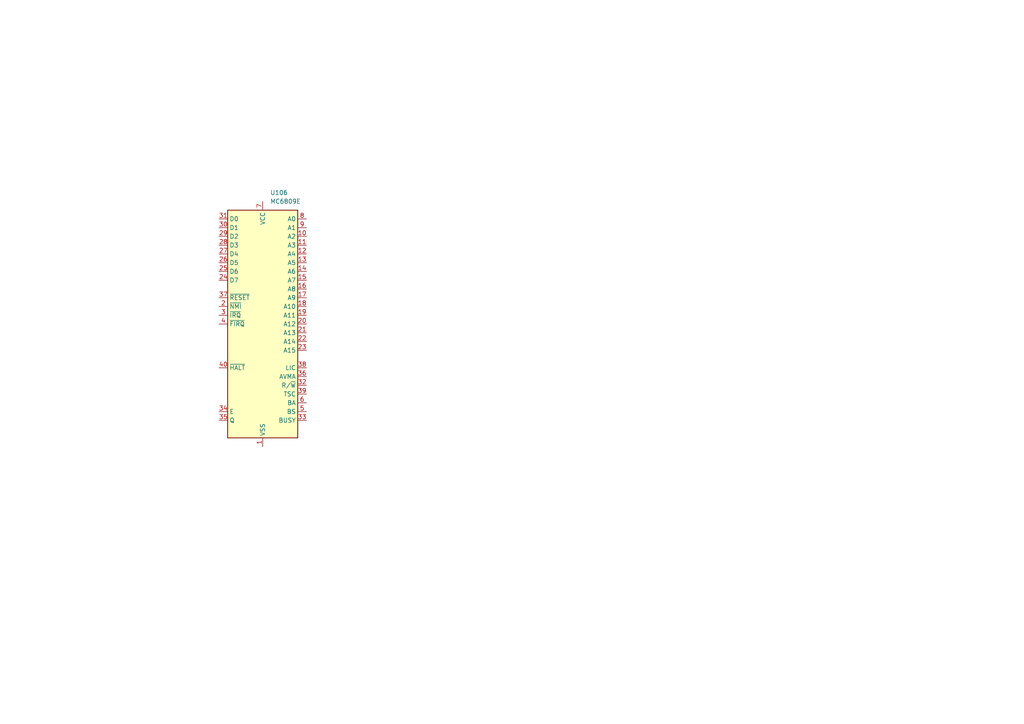
<source format=kicad_sch>
(kicad_sch (version 20250114) (generator "eeschema") (generator_version "9.0")
  (paper "A4")
  (lib_symbols
    (symbol "CPU_NXP_6800:MC6809E"
      (property "Reference" "U" (at -7.62 34.544 0))
      (property "Value" "MC6809E" (at 10.16 34.544 0))
      (symbol "MC6809E_0_1"
        (rectangle (start -10.16 -33.02) (end 10.16 33.02) (stroke (width 0.254)) (fill (type background)))
      )
      (symbol "MC6809E_1_1"
        (pin bidirectional line (at -12.7 30.48 0) (length 2.54) (name "D0") (number "31"))
        (pin bidirectional line (at -12.7 27.94 0) (length 2.54) (name "D1") (number "30"))
        (pin bidirectional line (at -12.7 25.4 0) (length 2.54) (name "D2") (number "29"))
        (pin bidirectional line (at -12.7 22.86 0) (length 2.54) (name "D3") (number "28"))
        (pin bidirectional line (at -12.7 20.32 0) (length 2.54) (name "D4") (number "27"))
        (pin bidirectional line (at -12.7 17.78 0) (length 2.54) (name "D5") (number "26"))
        (pin bidirectional line (at -12.7 15.24 0) (length 2.54) (name "D6") (number "25"))
        (pin bidirectional line (at -12.7 12.7 0) (length 2.54) (name "D7") (number "24"))
        (pin input line (at -12.7 7.62 0) (length 2.54) (name "~{RESET}") (number "37"))
        (pin input line (at -12.7 5.08 0) (length 2.54) (name "~{NMI}") (number "2"))
        (pin input line (at -12.7 2.54 0) (length 2.54) (name "~{IRQ}") (number "3"))
        (pin input line (at -12.7 0 0) (length 2.54) (name "~{FIRQ}") (number "4"))
        (pin input line (at -12.7 -12.7 0) (length 2.54) (name "~{HALT}") (number "40"))
        (pin input line (at -12.7 -25.4 0) (length 2.54) (name "E") (number "34"))
        (pin input line (at -12.7 -27.94 0) (length 2.54) (name "Q") (number "35"))
        (pin power_in line (at 0 35.56 270) (length 2.54) (name "VCC") (number "7"))
        (pin power_in line (at 0 -35.56 90) (length 2.54) (name "VSS") (number "1"))
        (pin output line (at 12.7 30.48 180) (length 2.54) (name "A0") (number "8"))
        (pin output line (at 12.7 27.94 180) (length 2.54) (name "A1") (number "9"))
        (pin output line (at 12.7 25.4 180) (length 2.54) (name "A2") (number "10"))
        (pin output line (at 12.7 22.86 180) (length 2.54) (name "A3") (number "11"))
        (pin output line (at 12.7 20.32 180) (length 2.54) (name "A4") (number "12"))
        (pin output line (at 12.7 17.78 180) (length 2.54) (name "A5") (number "13"))
        (pin output line (at 12.7 15.24 180) (length 2.54) (name "A6") (number "14"))
        (pin output line (at 12.7 12.7 180) (length 2.54) (name "A7") (number "15"))
        (pin output line (at 12.7 10.16 180) (length 2.54) (name "A8") (number "16"))
        (pin output line (at 12.7 7.62 180) (length 2.54) (name "A9") (number "17"))
        (pin output line (at 12.7 5.08 180) (length 2.54) (name "A10") (number "18"))
        (pin output line (at 12.7 2.54 180) (length 2.54) (name "A11") (number "19"))
        (pin output line (at 12.7 0 180) (length 2.54) (name "A12") (number "20"))
        (pin output line (at 12.7 -2.54 180) (length 2.54) (name "A13") (number "21"))
        (pin output line (at 12.7 -5.08 180) (length 2.54) (name "A14") (number "22"))
        (pin output line (at 12.7 -7.62 180) (length 2.54) (name "A15") (number "23"))
        (pin output line (at 12.7 -12.7 180) (length 2.54) (name "LIC") (number "38"))
        (pin output line (at 12.7 -15.24 180) (length 2.54) (name "AVMA") (number "36"))
        (pin output line (at 12.7 -17.78 180) (length 2.54) (name "R/~{W}") (number "32"))
        (pin input line (at 12.7 -20.32 180) (length 2.54) (name "TSC") (number "39"))
        (pin output line (at 12.7 -22.86 180) (length 2.54) (name "BA") (number "6"))
        (pin output line (at 12.7 -25.4 180) (length 2.54) (name "BS") (number "5"))
        (pin output line (at 12.7 -27.94 180) (length 2.54) (name "BUSY") (number "33"))
      )
    )
  )
  (symbol (lib_id "CPU_NXP_6800:MC6809E") (at 76.2 93.98 0) (unit 1)
    (property "Reference" "U106" (at 78.3433 55.88 0) (effects (justify left)))
    (property "Value" "MC6809E" (at 78.3433 58.42 0) (effects (justify left)))
    (property "Footprint" "Package_DIP:DIP-40_W15.24mm" (effects (hide yes)))
    (property "Datasheet" "http://www.bitsavers.org/components/motorola/_dataSheets/6809E.pdf" (effects (hide yes)))
    (property "Description" "8-Bit Microprocessing unit 1.0MHz, DIP-40" (effects (hide yes)))
  )
)
</source>
